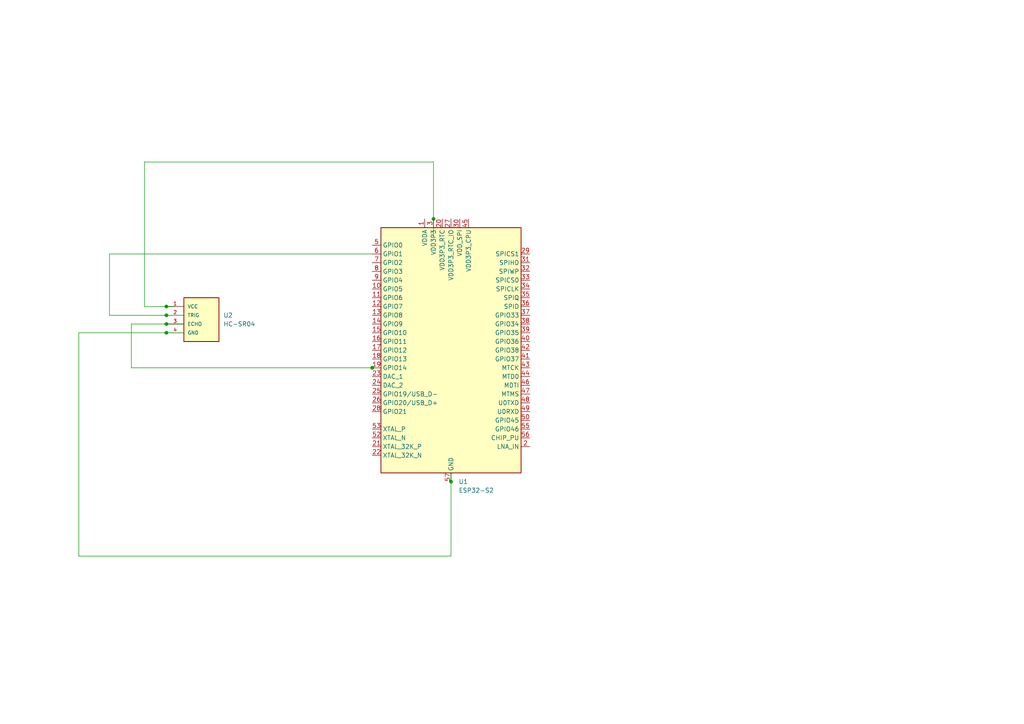
<source format=kicad_sch>
(kicad_sch
	(version 20231120)
	(generator "eeschema")
	(generator_version "8.0")
	(uuid "54313c69-2c4c-4ff3-af05-088062d8f765")
	(paper "A4")
	(lib_symbols
		(symbol "MCU_Espressif:ESP32-S2"
			(exclude_from_sim no)
			(in_bom yes)
			(on_board yes)
			(property "Reference" "U"
				(at 12.7 -38.1 0)
				(effects
					(font
						(size 1.27 1.27)
					)
				)
			)
			(property "Value" "ESP32-S2"
				(at 16.51 -40.64 0)
				(effects
					(font
						(size 1.27 1.27)
					)
				)
			)
			(property "Footprint" "Package_DFN_QFN:QFN-56-1EP_7x7mm_P0.4mm_EP4x4mm"
				(at 2.54 -48.26 0)
				(effects
					(font
						(size 1.27 1.27)
					)
					(justify left)
					(hide yes)
				)
			)
			(property "Datasheet" "https://www.espressif.com/sites/default/files/documentation/esp32-s2_datasheet_en.pdf"
				(at 2.54 -45.72 0)
				(effects
					(font
						(size 1.27 1.27)
					)
					(justify left)
					(hide yes)
				)
			)
			(property "Description" "Microcontroller, Wi-Fi 802.11b/g/n, Bluetooth, 32bit"
				(at 0 0 0)
				(effects
					(font
						(size 1.27 1.27)
					)
					(hide yes)
				)
			)
			(property "ki_keywords" "Microcontroller Wi-Fi BT ESP ESP32 Espressif"
				(at 0 0 0)
				(effects
					(font
						(size 1.27 1.27)
					)
					(hide yes)
				)
			)
			(property "ki_fp_filters" "QFN*1EP*7x7mm*P0.4mm*"
				(at 0 0 0)
				(effects
					(font
						(size 1.27 1.27)
					)
					(hide yes)
				)
			)
			(symbol "ESP32-S2_0_1"
				(rectangle
					(start -20.32 35.56)
					(end 20.32 -35.56)
					(stroke
						(width 0.254)
						(type default)
					)
					(fill
						(type background)
					)
				)
			)
			(symbol "ESP32-S2_1_1"
				(pin power_in line
					(at -7.62 38.1 270)
					(length 2.54)
					(name "VDDA"
						(effects
							(font
								(size 1.27 1.27)
							)
						)
					)
					(number "1"
						(effects
							(font
								(size 1.27 1.27)
							)
						)
					)
				)
				(pin bidirectional line
					(at -22.86 17.78 0)
					(length 2.54)
					(name "GPIO5"
						(effects
							(font
								(size 1.27 1.27)
							)
						)
					)
					(number "10"
						(effects
							(font
								(size 1.27 1.27)
							)
						)
					)
				)
				(pin bidirectional line
					(at -22.86 15.24 0)
					(length 2.54)
					(name "GPIO6"
						(effects
							(font
								(size 1.27 1.27)
							)
						)
					)
					(number "11"
						(effects
							(font
								(size 1.27 1.27)
							)
						)
					)
				)
				(pin bidirectional line
					(at -22.86 12.7 0)
					(length 2.54)
					(name "GPIO7"
						(effects
							(font
								(size 1.27 1.27)
							)
						)
					)
					(number "12"
						(effects
							(font
								(size 1.27 1.27)
							)
						)
					)
				)
				(pin bidirectional line
					(at -22.86 10.16 0)
					(length 2.54)
					(name "GPIO8"
						(effects
							(font
								(size 1.27 1.27)
							)
						)
					)
					(number "13"
						(effects
							(font
								(size 1.27 1.27)
							)
						)
					)
				)
				(pin bidirectional line
					(at -22.86 7.62 0)
					(length 2.54)
					(name "GPIO9"
						(effects
							(font
								(size 1.27 1.27)
							)
						)
					)
					(number "14"
						(effects
							(font
								(size 1.27 1.27)
							)
						)
					)
				)
				(pin bidirectional line
					(at -22.86 5.08 0)
					(length 2.54)
					(name "GPIO10"
						(effects
							(font
								(size 1.27 1.27)
							)
						)
					)
					(number "15"
						(effects
							(font
								(size 1.27 1.27)
							)
						)
					)
				)
				(pin bidirectional line
					(at -22.86 2.54 0)
					(length 2.54)
					(name "GPIO11"
						(effects
							(font
								(size 1.27 1.27)
							)
						)
					)
					(number "16"
						(effects
							(font
								(size 1.27 1.27)
							)
						)
					)
				)
				(pin bidirectional line
					(at -22.86 0 0)
					(length 2.54)
					(name "GPIO12"
						(effects
							(font
								(size 1.27 1.27)
							)
						)
					)
					(number "17"
						(effects
							(font
								(size 1.27 1.27)
							)
						)
					)
				)
				(pin bidirectional line
					(at -22.86 -2.54 0)
					(length 2.54)
					(name "GPIO13"
						(effects
							(font
								(size 1.27 1.27)
							)
						)
					)
					(number "18"
						(effects
							(font
								(size 1.27 1.27)
							)
						)
					)
				)
				(pin bidirectional line
					(at -22.86 -5.08 0)
					(length 2.54)
					(name "GPIO14"
						(effects
							(font
								(size 1.27 1.27)
							)
						)
					)
					(number "19"
						(effects
							(font
								(size 1.27 1.27)
							)
						)
					)
				)
				(pin bidirectional line
					(at 22.86 -27.94 180)
					(length 2.54)
					(name "LNA_IN"
						(effects
							(font
								(size 1.27 1.27)
							)
						)
					)
					(number "2"
						(effects
							(font
								(size 1.27 1.27)
							)
						)
					)
				)
				(pin power_in line
					(at -2.54 38.1 270)
					(length 2.54)
					(name "VDD3P3_RTC"
						(effects
							(font
								(size 1.27 1.27)
							)
						)
					)
					(number "20"
						(effects
							(font
								(size 1.27 1.27)
							)
						)
					)
				)
				(pin passive line
					(at -22.86 -27.94 0)
					(length 2.54)
					(name "XTAL_32K_P"
						(effects
							(font
								(size 1.27 1.27)
							)
						)
					)
					(number "21"
						(effects
							(font
								(size 1.27 1.27)
							)
						)
					)
				)
				(pin passive line
					(at -22.86 -30.48 0)
					(length 2.54)
					(name "XTAL_32K_N"
						(effects
							(font
								(size 1.27 1.27)
							)
						)
					)
					(number "22"
						(effects
							(font
								(size 1.27 1.27)
							)
						)
					)
				)
				(pin bidirectional line
					(at -22.86 -7.62 0)
					(length 2.54)
					(name "DAC_1"
						(effects
							(font
								(size 1.27 1.27)
							)
						)
					)
					(number "23"
						(effects
							(font
								(size 1.27 1.27)
							)
						)
					)
				)
				(pin bidirectional line
					(at -22.86 -10.16 0)
					(length 2.54)
					(name "DAC_2"
						(effects
							(font
								(size 1.27 1.27)
							)
						)
					)
					(number "24"
						(effects
							(font
								(size 1.27 1.27)
							)
						)
					)
				)
				(pin bidirectional line
					(at -22.86 -12.7 0)
					(length 2.54)
					(name "GPIO19/USB_D-"
						(effects
							(font
								(size 1.27 1.27)
							)
						)
					)
					(number "25"
						(effects
							(font
								(size 1.27 1.27)
							)
						)
					)
				)
				(pin bidirectional line
					(at -22.86 -15.24 0)
					(length 2.54)
					(name "GPIO20/USB_D+"
						(effects
							(font
								(size 1.27 1.27)
							)
						)
					)
					(number "26"
						(effects
							(font
								(size 1.27 1.27)
							)
						)
					)
				)
				(pin power_in line
					(at 0 38.1 270)
					(length 2.54)
					(name "VDD3P3_RTC_IO"
						(effects
							(font
								(size 1.27 1.27)
							)
						)
					)
					(number "27"
						(effects
							(font
								(size 1.27 1.27)
							)
						)
					)
				)
				(pin bidirectional line
					(at -22.86 -17.78 0)
					(length 2.54)
					(name "GPIO21"
						(effects
							(font
								(size 1.27 1.27)
							)
						)
					)
					(number "28"
						(effects
							(font
								(size 1.27 1.27)
							)
						)
					)
				)
				(pin bidirectional line
					(at 22.86 27.94 180)
					(length 2.54)
					(name "SPICS1"
						(effects
							(font
								(size 1.27 1.27)
							)
						)
					)
					(number "29"
						(effects
							(font
								(size 1.27 1.27)
							)
						)
					)
				)
				(pin power_in line
					(at -5.08 38.1 270)
					(length 2.54)
					(name "VDD3P3"
						(effects
							(font
								(size 1.27 1.27)
							)
						)
					)
					(number "3"
						(effects
							(font
								(size 1.27 1.27)
							)
						)
					)
				)
				(pin power_out line
					(at 2.54 38.1 270)
					(length 2.54)
					(name "VDD_SPI"
						(effects
							(font
								(size 1.27 1.27)
							)
						)
					)
					(number "30"
						(effects
							(font
								(size 1.27 1.27)
							)
						)
					)
				)
				(pin bidirectional line
					(at 22.86 25.4 180)
					(length 2.54)
					(name "SPIHD"
						(effects
							(font
								(size 1.27 1.27)
							)
						)
					)
					(number "31"
						(effects
							(font
								(size 1.27 1.27)
							)
						)
					)
				)
				(pin bidirectional line
					(at 22.86 22.86 180)
					(length 2.54)
					(name "SPIWP"
						(effects
							(font
								(size 1.27 1.27)
							)
						)
					)
					(number "32"
						(effects
							(font
								(size 1.27 1.27)
							)
						)
					)
				)
				(pin bidirectional line
					(at 22.86 20.32 180)
					(length 2.54)
					(name "SPICS0"
						(effects
							(font
								(size 1.27 1.27)
							)
						)
					)
					(number "33"
						(effects
							(font
								(size 1.27 1.27)
							)
						)
					)
				)
				(pin bidirectional line
					(at 22.86 17.78 180)
					(length 2.54)
					(name "SPICLK"
						(effects
							(font
								(size 1.27 1.27)
							)
						)
					)
					(number "34"
						(effects
							(font
								(size 1.27 1.27)
							)
						)
					)
				)
				(pin bidirectional line
					(at 22.86 15.24 180)
					(length 2.54)
					(name "SPIQ"
						(effects
							(font
								(size 1.27 1.27)
							)
						)
					)
					(number "35"
						(effects
							(font
								(size 1.27 1.27)
							)
						)
					)
				)
				(pin bidirectional line
					(at 22.86 12.7 180)
					(length 2.54)
					(name "SPID"
						(effects
							(font
								(size 1.27 1.27)
							)
						)
					)
					(number "36"
						(effects
							(font
								(size 1.27 1.27)
							)
						)
					)
				)
				(pin bidirectional line
					(at 22.86 10.16 180)
					(length 2.54)
					(name "GPIO33"
						(effects
							(font
								(size 1.27 1.27)
							)
						)
					)
					(number "37"
						(effects
							(font
								(size 1.27 1.27)
							)
						)
					)
				)
				(pin bidirectional line
					(at 22.86 7.62 180)
					(length 2.54)
					(name "GPIO34"
						(effects
							(font
								(size 1.27 1.27)
							)
						)
					)
					(number "38"
						(effects
							(font
								(size 1.27 1.27)
							)
						)
					)
				)
				(pin bidirectional line
					(at 22.86 5.08 180)
					(length 2.54)
					(name "GPIO35"
						(effects
							(font
								(size 1.27 1.27)
							)
						)
					)
					(number "39"
						(effects
							(font
								(size 1.27 1.27)
							)
						)
					)
				)
				(pin passive line
					(at -5.08 38.1 270)
					(length 2.54) hide
					(name "VDD3P3"
						(effects
							(font
								(size 1.27 1.27)
							)
						)
					)
					(number "4"
						(effects
							(font
								(size 1.27 1.27)
							)
						)
					)
				)
				(pin bidirectional line
					(at 22.86 2.54 180)
					(length 2.54)
					(name "GPIO36"
						(effects
							(font
								(size 1.27 1.27)
							)
						)
					)
					(number "40"
						(effects
							(font
								(size 1.27 1.27)
							)
						)
					)
				)
				(pin bidirectional line
					(at 22.86 -2.54 180)
					(length 2.54)
					(name "GPIO37"
						(effects
							(font
								(size 1.27 1.27)
							)
						)
					)
					(number "41"
						(effects
							(font
								(size 1.27 1.27)
							)
						)
					)
				)
				(pin bidirectional line
					(at 22.86 0 180)
					(length 2.54)
					(name "GPIO38"
						(effects
							(font
								(size 1.27 1.27)
							)
						)
					)
					(number "42"
						(effects
							(font
								(size 1.27 1.27)
							)
						)
					)
				)
				(pin bidirectional line
					(at 22.86 -5.08 180)
					(length 2.54)
					(name "MTCK"
						(effects
							(font
								(size 1.27 1.27)
							)
						)
					)
					(number "43"
						(effects
							(font
								(size 1.27 1.27)
							)
						)
					)
				)
				(pin bidirectional line
					(at 22.86 -7.62 180)
					(length 2.54)
					(name "MTD0"
						(effects
							(font
								(size 1.27 1.27)
							)
						)
					)
					(number "44"
						(effects
							(font
								(size 1.27 1.27)
							)
						)
					)
				)
				(pin power_in line
					(at 5.08 38.1 270)
					(length 2.54)
					(name "VDD3P3_CPU"
						(effects
							(font
								(size 1.27 1.27)
							)
						)
					)
					(number "45"
						(effects
							(font
								(size 1.27 1.27)
							)
						)
					)
				)
				(pin bidirectional line
					(at 22.86 -10.16 180)
					(length 2.54)
					(name "MDTI"
						(effects
							(font
								(size 1.27 1.27)
							)
						)
					)
					(number "46"
						(effects
							(font
								(size 1.27 1.27)
							)
						)
					)
				)
				(pin bidirectional line
					(at 22.86 -12.7 180)
					(length 2.54)
					(name "MTMS"
						(effects
							(font
								(size 1.27 1.27)
							)
						)
					)
					(number "47"
						(effects
							(font
								(size 1.27 1.27)
							)
						)
					)
				)
				(pin bidirectional line
					(at 22.86 -15.24 180)
					(length 2.54)
					(name "U0TXD"
						(effects
							(font
								(size 1.27 1.27)
							)
						)
					)
					(number "48"
						(effects
							(font
								(size 1.27 1.27)
							)
						)
					)
				)
				(pin bidirectional line
					(at 22.86 -17.78 180)
					(length 2.54)
					(name "U0RXD"
						(effects
							(font
								(size 1.27 1.27)
							)
						)
					)
					(number "49"
						(effects
							(font
								(size 1.27 1.27)
							)
						)
					)
				)
				(pin bidirectional line
					(at -22.86 30.48 0)
					(length 2.54)
					(name "GPIO0"
						(effects
							(font
								(size 1.27 1.27)
							)
						)
					)
					(number "5"
						(effects
							(font
								(size 1.27 1.27)
							)
						)
					)
				)
				(pin bidirectional line
					(at 22.86 -20.32 180)
					(length 2.54)
					(name "GPIO45"
						(effects
							(font
								(size 1.27 1.27)
							)
						)
					)
					(number "50"
						(effects
							(font
								(size 1.27 1.27)
							)
						)
					)
				)
				(pin passive line
					(at -7.62 38.1 270)
					(length 2.54) hide
					(name "VDDA"
						(effects
							(font
								(size 1.27 1.27)
							)
						)
					)
					(number "51"
						(effects
							(font
								(size 1.27 1.27)
							)
						)
					)
				)
				(pin output line
					(at -22.86 -25.4 0)
					(length 2.54)
					(name "XTAL_N"
						(effects
							(font
								(size 1.27 1.27)
							)
						)
					)
					(number "52"
						(effects
							(font
								(size 1.27 1.27)
							)
						)
					)
				)
				(pin input line
					(at -22.86 -22.86 0)
					(length 2.54)
					(name "XTAL_P"
						(effects
							(font
								(size 1.27 1.27)
							)
						)
					)
					(number "53"
						(effects
							(font
								(size 1.27 1.27)
							)
						)
					)
				)
				(pin passive line
					(at -7.62 38.1 270)
					(length 2.54) hide
					(name "VDDA"
						(effects
							(font
								(size 1.27 1.27)
							)
						)
					)
					(number "54"
						(effects
							(font
								(size 1.27 1.27)
							)
						)
					)
				)
				(pin input line
					(at 22.86 -22.86 180)
					(length 2.54)
					(name "GPIO46"
						(effects
							(font
								(size 1.27 1.27)
							)
						)
					)
					(number "55"
						(effects
							(font
								(size 1.27 1.27)
							)
						)
					)
				)
				(pin input line
					(at 22.86 -25.4 180)
					(length 2.54)
					(name "CHIP_PU"
						(effects
							(font
								(size 1.27 1.27)
							)
						)
					)
					(number "56"
						(effects
							(font
								(size 1.27 1.27)
							)
						)
					)
				)
				(pin power_in line
					(at 0 -38.1 90)
					(length 2.54)
					(name "GND"
						(effects
							(font
								(size 1.27 1.27)
							)
						)
					)
					(number "57"
						(effects
							(font
								(size 1.27 1.27)
							)
						)
					)
				)
				(pin bidirectional line
					(at -22.86 27.94 0)
					(length 2.54)
					(name "GPIO1"
						(effects
							(font
								(size 1.27 1.27)
							)
						)
					)
					(number "6"
						(effects
							(font
								(size 1.27 1.27)
							)
						)
					)
				)
				(pin bidirectional line
					(at -22.86 25.4 0)
					(length 2.54)
					(name "GPIO2"
						(effects
							(font
								(size 1.27 1.27)
							)
						)
					)
					(number "7"
						(effects
							(font
								(size 1.27 1.27)
							)
						)
					)
				)
				(pin bidirectional line
					(at -22.86 22.86 0)
					(length 2.54)
					(name "GPIO3"
						(effects
							(font
								(size 1.27 1.27)
							)
						)
					)
					(number "8"
						(effects
							(font
								(size 1.27 1.27)
							)
						)
					)
				)
				(pin bidirectional line
					(at -22.86 20.32 0)
					(length 2.54)
					(name "GPIO4"
						(effects
							(font
								(size 1.27 1.27)
							)
						)
					)
					(number "9"
						(effects
							(font
								(size 1.27 1.27)
							)
						)
					)
				)
			)
		)
		(symbol "Singing Poles Symbols:HC-SR04"
			(pin_names
				(offset 1.016)
			)
			(exclude_from_sim no)
			(in_bom yes)
			(on_board yes)
			(property "Reference" "U"
				(at 0 5.0813 0)
				(effects
					(font
						(size 1.27 1.27)
					)
					(justify left bottom)
				)
			)
			(property "Value" "HC-SR04"
				(at 0 -10.163 0)
				(effects
					(font
						(size 1.27 1.27)
					)
					(justify left bottom)
				)
			)
			(property "Footprint" "HC-SR04:XCVR_HC-SR04"
				(at 0 0 0)
				(effects
					(font
						(size 1.27 1.27)
					)
					(justify bottom)
					(hide yes)
				)
			)
			(property "Datasheet" ""
				(at 0 0 0)
				(effects
					(font
						(size 1.27 1.27)
					)
					(hide yes)
				)
			)
			(property "Description" ""
				(at 0 0 0)
				(effects
					(font
						(size 1.27 1.27)
					)
					(hide yes)
				)
			)
			(property "MF" "SparkFun Electronics"
				(at 0 0 0)
				(effects
					(font
						(size 1.27 1.27)
					)
					(justify bottom)
					(hide yes)
				)
			)
			(property "Description_1" "\nHC-SR04 Ultrasonic Sensor Qwiic Platform Evaluation Expansion Board\n"
				(at 0 0 0)
				(effects
					(font
						(size 1.27 1.27)
					)
					(justify bottom)
					(hide yes)
				)
			)
			(property "Package" "None"
				(at 0 0 0)
				(effects
					(font
						(size 1.27 1.27)
					)
					(justify bottom)
					(hide yes)
				)
			)
			(property "Price" "None"
				(at 0 0 0)
				(effects
					(font
						(size 1.27 1.27)
					)
					(justify bottom)
					(hide yes)
				)
			)
			(property "Check_prices" "https://www.snapeda.com/parts/HC-SR04/SparkFun+Electronics/view-part/?ref=eda"
				(at 0 0 0)
				(effects
					(font
						(size 1.27 1.27)
					)
					(justify bottom)
					(hide yes)
				)
			)
			(property "SnapEDA_Link" "https://www.snapeda.com/parts/HC-SR04/SparkFun+Electronics/view-part/?ref=snap"
				(at 0 0 0)
				(effects
					(font
						(size 1.27 1.27)
					)
					(justify bottom)
					(hide yes)
				)
			)
			(property "MP" "HC-SR04"
				(at 0 0 0)
				(effects
					(font
						(size 1.27 1.27)
					)
					(justify bottom)
					(hide yes)
				)
			)
			(property "Availability" "Not in stock"
				(at 0 0 0)
				(effects
					(font
						(size 1.27 1.27)
					)
					(justify bottom)
					(hide yes)
				)
			)
			(property "MANUFACTURER" "Osepp"
				(at 0 0 0)
				(effects
					(font
						(size 1.27 1.27)
					)
					(justify bottom)
					(hide yes)
				)
			)
			(symbol "HC-SR04_0_0"
				(rectangle
					(start 0 -7.62)
					(end 10.16 5.08)
					(stroke
						(width 0.254)
						(type default)
					)
					(fill
						(type background)
					)
				)
				(pin power_in line
					(at -5.08 2.54 0)
					(length 5.08)
					(name "VCC"
						(effects
							(font
								(size 1.016 1.016)
							)
						)
					)
					(number "1"
						(effects
							(font
								(size 1.016 1.016)
							)
						)
					)
				)
				(pin bidirectional line
					(at -5.08 0 0)
					(length 5.08)
					(name "TRIG"
						(effects
							(font
								(size 1.016 1.016)
							)
						)
					)
					(number "2"
						(effects
							(font
								(size 1.016 1.016)
							)
						)
					)
				)
				(pin bidirectional line
					(at -5.08 -2.54 0)
					(length 5.08)
					(name "ECHO"
						(effects
							(font
								(size 1.016 1.016)
							)
						)
					)
					(number "3"
						(effects
							(font
								(size 1.016 1.016)
							)
						)
					)
				)
				(pin power_in line
					(at -5.08 -5.08 0)
					(length 5.08)
					(name "GND"
						(effects
							(font
								(size 1.016 1.016)
							)
						)
					)
					(number "4"
						(effects
							(font
								(size 1.016 1.016)
							)
						)
					)
				)
			)
		)
	)
	(junction
		(at 48.26 88.9)
		(diameter 0)
		(color 0 0 0 0)
		(uuid "229399fa-672a-4645-aadc-989a3a8d26ed")
	)
	(junction
		(at 107.95 106.68)
		(diameter 0)
		(color 0 0 0 0)
		(uuid "6d154c42-2d83-4c74-9815-53da0e3d2892")
	)
	(junction
		(at 125.73 63.5)
		(diameter 0)
		(color 0 0 0 0)
		(uuid "7278a255-ccb6-4ce7-98a8-fa304a05c113")
	)
	(junction
		(at 130.81 139.7)
		(diameter 0)
		(color 0 0 0 0)
		(uuid "a03c87db-cc87-4f12-b6e1-56a01dfa92f8")
	)
	(junction
		(at 48.26 96.52)
		(diameter 0)
		(color 0 0 0 0)
		(uuid "a587d667-d6d5-4150-87fe-63785c586b09")
	)
	(junction
		(at 48.26 93.98)
		(diameter 0)
		(color 0 0 0 0)
		(uuid "a9cc9741-de49-4dbb-b4c5-ad1c44a6b664")
	)
	(junction
		(at 48.26 91.44)
		(diameter 0)
		(color 0 0 0 0)
		(uuid "bab46abc-0591-49cc-9d2e-9af21ac0c689")
	)
	(wire
		(pts
			(xy 38.1 93.98) (xy 48.26 93.98)
		)
		(stroke
			(width 0)
			(type default)
		)
		(uuid "0474aefd-3390-4f90-8466-ce2706118e81")
	)
	(wire
		(pts
			(xy 125.73 63.5) (xy 125.73 68.58)
		)
		(stroke
			(width 0)
			(type default)
		)
		(uuid "0e4ea8c8-bc96-47ae-9fd2-ecf2969268e8")
	)
	(wire
		(pts
			(xy 22.86 96.52) (xy 22.86 161.29)
		)
		(stroke
			(width 0)
			(type default)
		)
		(uuid "0fe22725-e5f7-4dd8-aef5-c20bcb0c2a45")
	)
	(wire
		(pts
			(xy 31.75 91.44) (xy 31.75 73.66)
		)
		(stroke
			(width 0)
			(type default)
		)
		(uuid "1471b1ec-ed52-4a24-b240-a6ebad3aa9a0")
	)
	(wire
		(pts
			(xy 107.95 106.68) (xy 110.49 106.68)
		)
		(stroke
			(width 0)
			(type default)
		)
		(uuid "20d74f40-9c32-45b9-8d4c-695bb6c71a40")
	)
	(wire
		(pts
			(xy 125.73 46.99) (xy 125.73 63.5)
		)
		(stroke
			(width 0)
			(type default)
		)
		(uuid "2327bcf3-8640-4845-9296-228889eab03c")
	)
	(wire
		(pts
			(xy 48.26 96.52) (xy 53.34 96.52)
		)
		(stroke
			(width 0)
			(type default)
		)
		(uuid "2439b12d-98c4-46d6-8526-cc306a29a61a")
	)
	(wire
		(pts
			(xy 41.91 88.9) (xy 48.26 88.9)
		)
		(stroke
			(width 0)
			(type default)
		)
		(uuid "49a92065-eb61-412c-aefc-9813fecf5c51")
	)
	(wire
		(pts
			(xy 38.1 106.68) (xy 107.95 106.68)
		)
		(stroke
			(width 0)
			(type default)
		)
		(uuid "716dc866-8ba4-4cf4-8ce3-f9377c9d0d4c")
	)
	(wire
		(pts
			(xy 130.81 137.16) (xy 130.81 139.7)
		)
		(stroke
			(width 0)
			(type default)
		)
		(uuid "72bbd189-0d6e-4be8-8927-93615c87980a")
	)
	(wire
		(pts
			(xy 41.91 88.9) (xy 41.91 46.99)
		)
		(stroke
			(width 0)
			(type default)
		)
		(uuid "7d1e7a75-f118-4489-ac87-8d31b627746a")
	)
	(wire
		(pts
			(xy 22.86 161.29) (xy 130.81 161.29)
		)
		(stroke
			(width 0)
			(type default)
		)
		(uuid "7ff98e3f-2edb-426a-9fa6-2eca83670132")
	)
	(wire
		(pts
			(xy 41.91 46.99) (xy 125.73 46.99)
		)
		(stroke
			(width 0)
			(type default)
		)
		(uuid "94e7b0f0-f744-47c3-8bbc-1d61097a5f68")
	)
	(wire
		(pts
			(xy 48.26 91.44) (xy 31.75 91.44)
		)
		(stroke
			(width 0)
			(type default)
		)
		(uuid "b3a326d9-461b-4eef-978d-d4787cf14ca8")
	)
	(wire
		(pts
			(xy 38.1 93.98) (xy 38.1 106.68)
		)
		(stroke
			(width 0)
			(type default)
		)
		(uuid "b8101e2c-904d-452d-977d-ec8ad8839a0e")
	)
	(wire
		(pts
			(xy 22.86 96.52) (xy 48.26 96.52)
		)
		(stroke
			(width 0)
			(type default)
		)
		(uuid "bdc104b9-db84-4cff-a6f0-fff1ef39b8aa")
	)
	(wire
		(pts
			(xy 48.26 93.98) (xy 53.34 93.98)
		)
		(stroke
			(width 0)
			(type default)
		)
		(uuid "bf3591ee-558c-40fe-bad5-3791ebefbec4")
	)
	(wire
		(pts
			(xy 31.75 73.66) (xy 107.95 73.66)
		)
		(stroke
			(width 0)
			(type default)
		)
		(uuid "c41c6169-f7aa-4326-96ce-29789d23bcc4")
	)
	(wire
		(pts
			(xy 48.26 88.9) (xy 50.8 88.9)
		)
		(stroke
			(width 0)
			(type default)
		)
		(uuid "d8954338-e729-4dfd-8b54-e71c42aac618")
	)
	(wire
		(pts
			(xy 130.81 139.7) (xy 130.81 161.29)
		)
		(stroke
			(width 0)
			(type default)
		)
		(uuid "e2d8a223-5d1f-4685-bdb4-caded93c8ebd")
	)
	(wire
		(pts
			(xy 53.34 91.44) (xy 48.26 91.44)
		)
		(stroke
			(width 0)
			(type default)
		)
		(uuid "fd6aea73-60fb-46ad-9d6f-58928900356a")
	)
	(symbol
		(lib_id "Singing Poles Symbols:HC-SR04")
		(at 53.34 91.44 0)
		(unit 1)
		(exclude_from_sim no)
		(in_bom yes)
		(on_board yes)
		(dnp no)
		(fields_autoplaced yes)
		(uuid "4165de2a-6647-4ecb-9d6e-cc8657121a13")
		(property "Reference" "U2"
			(at 64.77 91.4399 0)
			(effects
				(font
					(size 1.27 1.27)
				)
				(justify left)
			)
		)
		(property "Value" "HC-SR04"
			(at 64.77 93.9799 0)
			(effects
				(font
					(size 1.27 1.27)
				)
				(justify left)
			)
		)
		(property "Footprint" "HC-SR04:XCVR_HC-SR04"
			(at 53.34 91.44 0)
			(effects
				(font
					(size 1.27 1.27)
				)
				(justify bottom)
				(hide yes)
			)
		)
		(property "Datasheet" ""
			(at 53.34 91.44 0)
			(effects
				(font
					(size 1.27 1.27)
				)
				(hide yes)
			)
		)
		(property "Description" ""
			(at 53.34 91.44 0)
			(effects
				(font
					(size 1.27 1.27)
				)
				(hide yes)
			)
		)
		(property "MF" "SparkFun Electronics"
			(at 53.34 91.44 0)
			(effects
				(font
					(size 1.27 1.27)
				)
				(justify bottom)
				(hide yes)
			)
		)
		(property "Description_1" "\nHC-SR04 Ultrasonic Sensor Qwiic Platform Evaluation Expansion Board\n"
			(at 53.34 91.44 0)
			(effects
				(font
					(size 1.27 1.27)
				)
				(justify bottom)
				(hide yes)
			)
		)
		(property "Package" "None"
			(at 53.34 91.44 0)
			(effects
				(font
					(size 1.27 1.27)
				)
				(justify bottom)
				(hide yes)
			)
		)
		(property "Price" "None"
			(at 53.34 91.44 0)
			(effects
				(font
					(size 1.27 1.27)
				)
				(justify bottom)
				(hide yes)
			)
		)
		(property "Check_prices" "https://www.snapeda.com/parts/HC-SR04/SparkFun+Electronics/view-part/?ref=eda"
			(at 53.34 91.44 0)
			(effects
				(font
					(size 1.27 1.27)
				)
				(justify bottom)
				(hide yes)
			)
		)
		(property "SnapEDA_Link" "https://www.snapeda.com/parts/HC-SR04/SparkFun+Electronics/view-part/?ref=snap"
			(at 53.34 91.44 0)
			(effects
				(font
					(size 1.27 1.27)
				)
				(justify bottom)
				(hide yes)
			)
		)
		(property "MP" "HC-SR04"
			(at 53.34 91.44 0)
			(effects
				(font
					(size 1.27 1.27)
				)
				(justify bottom)
				(hide yes)
			)
		)
		(property "Availability" "Not in stock"
			(at 53.34 91.44 0)
			(effects
				(font
					(size 1.27 1.27)
				)
				(justify bottom)
				(hide yes)
			)
		)
		(property "MANUFACTURER" "Osepp"
			(at 53.34 91.44 0)
			(effects
				(font
					(size 1.27 1.27)
				)
				(justify bottom)
				(hide yes)
			)
		)
		(pin "3"
			(uuid "cae54fcf-01ac-4df8-9f47-83fd14a31b8a")
		)
		(pin "4"
			(uuid "11d9b2e3-2fa5-4b6c-8515-98208b72d184")
		)
		(pin "2"
			(uuid "86de5d79-fa54-449c-9189-f4b016389b37")
		)
		(pin "1"
			(uuid "5c69aa58-adf2-4012-b287-1368fb6fb1a0")
		)
		(instances
			(project "test_cad"
				(path "/54313c69-2c4c-4ff3-af05-088062d8f765"
					(reference "U2")
					(unit 1)
				)
			)
		)
	)
	(symbol
		(lib_id "MCU_Espressif:ESP32-S2")
		(at 130.81 101.6 0)
		(unit 1)
		(exclude_from_sim no)
		(in_bom yes)
		(on_board yes)
		(dnp no)
		(fields_autoplaced yes)
		(uuid "71930b0a-4da3-4a30-aac4-8e04ec0f058e")
		(property "Reference" "U1"
			(at 133.0041 139.7 0)
			(effects
				(font
					(size 1.27 1.27)
				)
				(justify left)
			)
		)
		(property "Value" "ESP32-S2"
			(at 133.0041 142.24 0)
			(effects
				(font
					(size 1.27 1.27)
				)
				(justify left)
			)
		)
		(property "Footprint" "Package_DFN_QFN:QFN-56-1EP_7x7mm_P0.4mm_EP4x4mm"
			(at 133.35 149.86 0)
			(effects
				(font
					(size 1.27 1.27)
				)
				(justify left)
				(hide yes)
			)
		)
		(property "Datasheet" "https://www.espressif.com/sites/default/files/documentation/esp32-s2_datasheet_en.pdf"
			(at 133.35 147.32 0)
			(effects
				(font
					(size 1.27 1.27)
				)
				(justify left)
				(hide yes)
			)
		)
		(property "Description" "Microcontroller, Wi-Fi 802.11b/g/n, Bluetooth, 32bit"
			(at 130.81 101.6 0)
			(effects
				(font
					(size 1.27 1.27)
				)
				(hide yes)
			)
		)
		(pin "12"
			(uuid "7ce461cb-802b-44fe-b99a-fed6fe02ff29")
		)
		(pin "14"
			(uuid "12f0ef3d-0d8b-4bd1-9b80-e9e248928f4f")
		)
		(pin "18"
			(uuid "3f1ac0be-241f-4219-8c93-1395e6ae850f")
		)
		(pin "1"
			(uuid "12c4b33f-5591-4a93-887c-960cab8fb344")
		)
		(pin "21"
			(uuid "b0b30873-be0f-49d6-b9f2-2a7c0a903f27")
		)
		(pin "28"
			(uuid "0cb664dc-581d-4c81-99e3-502e3c2a8a9a")
		)
		(pin "3"
			(uuid "e6760ddc-7a5e-4625-bb00-b922d644d62d")
		)
		(pin "30"
			(uuid "8f84a607-99e5-480d-8643-25667c342d7b")
		)
		(pin "31"
			(uuid "a4b9d6d0-5f8f-4208-b4be-daeeed696650")
		)
		(pin "34"
			(uuid "a8654585-b29d-4870-9e47-a0383be81668")
		)
		(pin "26"
			(uuid "eaff87c1-7392-44e7-9579-089793f16810")
		)
		(pin "25"
			(uuid "8ff9e6e4-b1b5-4cb0-9386-d952575f4d17")
		)
		(pin "29"
			(uuid "1570126a-3bfd-44c3-8177-d1da24de5bb4")
		)
		(pin "35"
			(uuid "b4378722-2aa1-4510-a54e-9d4037d56de6")
		)
		(pin "49"
			(uuid "f800570e-7cc8-4628-b154-422cb4abeff8")
		)
		(pin "17"
			(uuid "c4c3d2e3-9016-49ca-9c0e-c2a323932e1d")
		)
		(pin "36"
			(uuid "b009e263-2f5b-49ba-b112-44f273ee7fdf")
		)
		(pin "27"
			(uuid "a0828818-a010-4f65-9065-6dd69fd91674")
		)
		(pin "37"
			(uuid "3ce10765-977b-48df-a52e-1c2bb317d995")
		)
		(pin "38"
			(uuid "011d2ae5-196a-41ae-84ad-8a234062991d")
		)
		(pin "39"
			(uuid "fb38e548-1272-4b44-8459-0feb31d2fa77")
		)
		(pin "11"
			(uuid "42cd1a44-e5d4-4449-ad47-92ed123024f6")
		)
		(pin "2"
			(uuid "28d2e15f-8a7d-4e4e-8df2-ff4a3dc241d8")
		)
		(pin "33"
			(uuid "e38e3228-00f7-4fd0-a04d-5a7c2e6f6c88")
		)
		(pin "23"
			(uuid "466b72ec-1763-45f0-bbc9-d3da4c364ce4")
		)
		(pin "15"
			(uuid "db0befef-3896-439d-9fc1-de50d71886f9")
		)
		(pin "22"
			(uuid "f5a256ab-cd5c-4594-bdbc-e47225d24040")
		)
		(pin "16"
			(uuid "bfbb130d-3dcf-4e37-b494-51c777c20dc5")
		)
		(pin "32"
			(uuid "ed1d910f-323f-46ae-a419-32bc8547ba2e")
		)
		(pin "24"
			(uuid "b467c3fd-6ab1-4959-9359-0d875e226887")
		)
		(pin "10"
			(uuid "2ab521dd-9fe1-4549-b5b0-4f486fd3f6d3")
		)
		(pin "13"
			(uuid "3d2df646-b598-40ab-befc-1f68575fb1b6")
		)
		(pin "20"
			(uuid "5c6c59d6-1bc5-42d5-92f8-2d8e0780ef33")
		)
		(pin "19"
			(uuid "726537cf-2339-4afa-a3bb-19a5761825e4")
		)
		(pin "47"
			(uuid "d7318894-72f6-44ce-a947-7d2545c0cc7e")
		)
		(pin "41"
			(uuid "97eba6b2-8193-4e86-b4f6-4357b5ed2454")
		)
		(pin "5"
			(uuid "f38f74da-3813-43a0-83c4-3b0d1d63db4b")
		)
		(pin "52"
			(uuid "68d10d69-426e-4761-a8c8-d99a0dc878cf")
		)
		(pin "43"
			(uuid "1386aafe-a49b-445b-9c75-c369790180bb")
		)
		(pin "9"
			(uuid "93e72213-6b7a-45cf-87a9-4a0e24888c39")
		)
		(pin "48"
			(uuid "ab35fd5c-6932-4ee8-9064-1280a2786035")
		)
		(pin "53"
			(uuid "06d18a76-5eaf-40f5-8149-56895bd1ada1")
		)
		(pin "40"
			(uuid "3b87ebfd-5de0-4584-b2a4-2f26eca66529")
		)
		(pin "46"
			(uuid "b453d838-de7f-4ee2-9dca-c92b80f91e9e")
		)
		(pin "8"
			(uuid "183dd095-3142-41ce-aceb-c60ecf8abc1c")
		)
		(pin "6"
			(uuid "2e8930ca-2db3-4ad2-9c20-d90ada60e13d")
		)
		(pin "56"
			(uuid "8507c95a-12e9-47bb-8b3d-bb3c996bdf90")
		)
		(pin "4"
			(uuid "642d884a-78a6-44ac-8c58-2d3f8182b323")
		)
		(pin "54"
			(uuid "e9490fe8-988a-4ab0-9ba8-2bb886011f12")
		)
		(pin "44"
			(uuid "8764224b-c0f2-456a-80af-4d17e9ccf63d")
		)
		(pin "51"
			(uuid "8c4ff1de-f172-475c-92ba-76b4b329c68c")
		)
		(pin "57"
			(uuid "de25f89f-ff0f-44a5-ba2c-0c000f67354c")
		)
		(pin "7"
			(uuid "299fdf32-ca2a-4b51-97f9-faaa71246a99")
		)
		(pin "50"
			(uuid "eb452fbb-c555-4398-acf5-6f369a8b5a8e")
		)
		(pin "45"
			(uuid "4b8b053a-660a-4393-a54f-a69374df22b9")
		)
		(pin "55"
			(uuid "e0fbcbf9-3afb-4b69-80ab-6f9c486304ad")
		)
		(pin "42"
			(uuid "9ca0e7b6-c168-4ea9-9963-b4c36531db84")
		)
		(instances
			(project "test_cad"
				(path "/54313c69-2c4c-4ff3-af05-088062d8f765"
					(reference "U1")
					(unit 1)
				)
			)
		)
	)
	(sheet_instances
		(path "/"
			(page "1")
		)
	)
)

</source>
